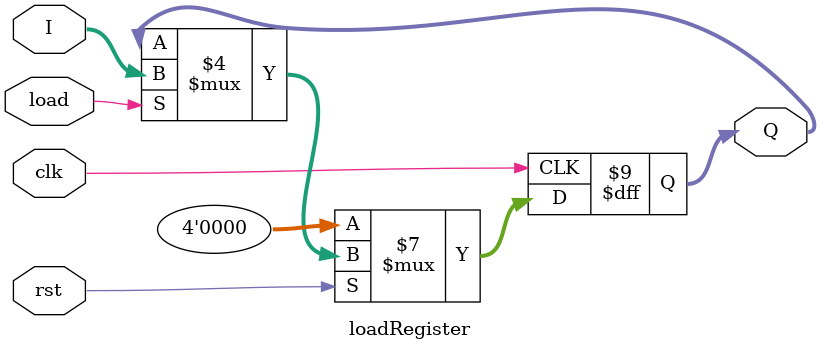
<source format=v>

module loadRegister(I, clk, rst, load, Q);
  input [3:0] I;
  input clk, rst, load;
  output [3:0] Q;
  reg [3:0] Q;
  

  always@(posedge clk) begin
    if(rst == 0)
      begin
	Q <= 4'b0000;
      end
    else
      begin
  	if(load == 1)
	  begin
  	    Q <= I;
	  end
      end
  end
endmodule

</source>
